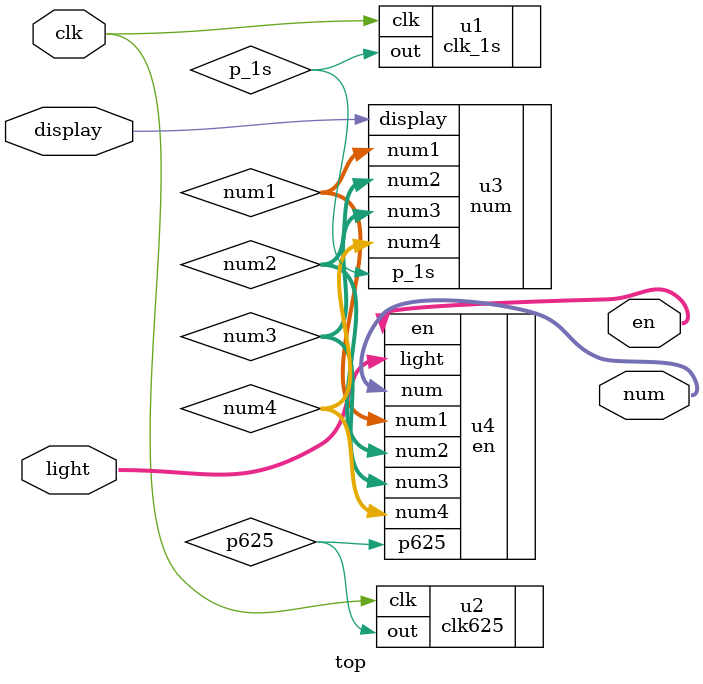
<source format=v>
`timescale 1ns / 1ps
module top(
    input clk,
    input [1:0] light,
    input display,
    output [6:0] num,
    output [3:0] en
    );
	 wire p_1s;
	 wire p625;
	 wire [6:0] num1;
	 wire [6:0] num2;
	 wire [6:0] num3;
	 wire [6:0] num4;
    wire [6:0] num0;
    wire [3:0] en0;
	 
clk_1s u1(.clk(clk),.out(p_1s));
clk625 u2(.clk(clk),.out(p625));
num u3(.p_1s(p_1s),.display(display),.num1(num1),.num2(num2),.num3(num3),.num4(num4));
en u4(.p625(p625),.num1(num1),.num2(num2),.num3(num3),.num4(num4),.light(light),.num(num),.en(en));

endmodule

</source>
